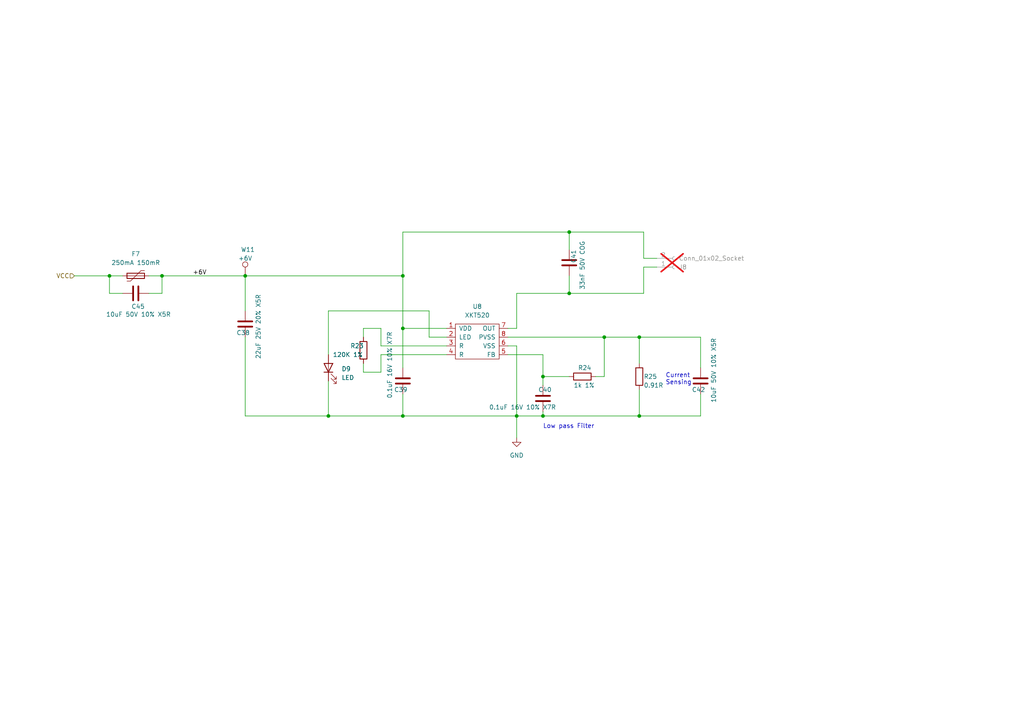
<source format=kicad_sch>
(kicad_sch (version 20250114) (generator "eeschema") (generator_version "9.0")
  (paper "A4")
  (lib_symbols
    (symbol "Connector:Conn_01x02_Socket" (pin_names (offset 1.016) (hide yes))
      (property "Reference" "J" (at 0 2.54 0))
      (property "Value" "Conn_01x02_Socket" (at 0 -5.08 0))
      (symbol "Conn_01x02_Socket_1_1"
        (polyline (pts (xy -1.27 0) (xy -0.508 0)) (stroke (width 0.1524)))
        (polyline (pts (xy -1.27 -2.54) (xy -0.508 -2.54)) (stroke (width 0.1524)))
        (arc (start 0 -0.508) (mid -0.5058 0) (end 0 0.508) (stroke (width 0.1524)))
        (arc (start 0 -3.048) (mid -0.5058 -2.54) (end 0 -2.032) (stroke (width 0.1524)))
        (pin passive line (at -5.08 0 0) (length 3.81) (name "Pin_1") (number "1"))
        (pin passive line (at -5.08 -2.54 0) (length 3.81) (name "Pin_2") (number "2"))
      )
    )
    (symbol "Device:C" (pin_numbers (hide yes)) (pin_names (offset 0.254))
      (property "Reference" "C" (at 0.635 2.54 0))
      (property "Value" "C" (at 0.635 -2.54 0))
      (symbol "C_0_1"
        (polyline (pts (xy -2.032 0.762) (xy 2.032 0.762)) (stroke (width 0.508)))
        (polyline (pts (xy -2.032 -0.762) (xy 2.032 -0.762)) (stroke (width 0.508)))
      )
      (symbol "C_1_1"
        (pin passive line (at 0 3.81 270) (length 2.794) (name "~") (number "1"))
        (pin passive line (at 0 -3.81 90) (length 2.794) (name "~") (number "2"))
      )
    )
    (symbol "Device:LED" (pin_numbers (hide yes)) (pin_names (offset 1.016) (hide yes))
      (property "Reference" "D" (at 0 2.54 0))
      (property "Value" "LED" (at 0 -2.54 0))
      (symbol "LED_0_1"
        (polyline (pts (xy -3.048 -0.762) (xy -4.572 -2.286) (xy -3.81 -2.286) (xy -4.572 -2.286) (xy -4.572 -1.524)))
        (polyline (pts (xy -1.778 -0.762) (xy -3.302 -2.286) (xy -2.54 -2.286) (xy -3.302 -2.286) (xy -3.302 -1.524)))
        (polyline (pts (xy -1.27 0) (xy 1.27 0)))
        (polyline (pts (xy -1.27 -1.27) (xy -1.27 1.27)) (stroke (width 0.254)))
        (polyline (pts (xy 1.27 -1.27) (xy 1.27 1.27) (xy -1.27 0) (xy 1.27 -1.27)) (stroke (width 0.254)))
      )
      (symbol "LED_1_1"
        (pin passive line (at -3.81 0 0) (length 2.54) (name "K") (number "1"))
        (pin passive line (at 3.81 0 180) (length 2.54) (name "A") (number "2"))
      )
    )
    (symbol "Device:Polyfuse" (pin_numbers (hide yes)) (pin_names (offset 0))
      (property "Reference" "F" (at -2.54 0 90))
      (property "Value" "Polyfuse" (at 2.54 0 90))
      (symbol "Polyfuse_0_1"
        (polyline (pts (xy -1.524 2.54) (xy -1.524 1.524) (xy 1.524 -1.524) (xy 1.524 -2.54)))
        (rectangle (start -0.762 2.54) (end 0.762 -2.54) (stroke (width 0.254)))
        (polyline (pts (xy 0 2.54) (xy 0 -2.54)))
      )
      (symbol "Polyfuse_1_1"
        (pin passive line (at 0 3.81 270) (length 1.27) (name "~") (number "1"))
        (pin passive line (at 0 -3.81 90) (length 1.27) (name "~") (number "2"))
      )
    )
    (symbol "Device:R" (pin_numbers (hide yes)) (pin_names (offset 0))
      (property "Reference" "R" (at 2.032 0 90))
      (property "Value" "R" (at 0 0 90))
      (symbol "R_0_1"
        (rectangle (start -1.016 -2.54) (end 1.016 2.54) (stroke (width 0.254)))
      )
      (symbol "R_1_1"
        (pin passive line (at 0 3.81 270) (length 1.27) (name "~") (number "1"))
        (pin passive line (at 0 -3.81 90) (length 1.27) (name "~") (number "2"))
      )
    )
    (symbol "Pixels-dice:TEST_1P-conn" (pin_numbers (hide yes)) (pin_names (offset 0.762) (hide yes))
      (property "Reference" "W" (at 0 6.858 0))
      (property "Value" "TEST_1P-conn" (at 0 5.08 0))
      (symbol "TEST_1P-conn_0_1"
        (circle (center 0 3.302) (radius 0.762))
      )
      (symbol "TEST_1P-conn_1_1"
        (pin passive line (at 0 0 90) (length 2.54) (name "1") (number "1"))
      )
    )
    (symbol "Pixels-dice:XKT520" (pin_names (offset 1.016))
      (property "Reference" "U" (at 0 6.35 0))
      (property "Value" "XKT520" (at 0 -6.35 0))
      (symbol "XKT520_0_1"
        (rectangle (start -6.35 5.08) (end 6.35 -5.08))
      )
      (symbol "XKT520_1_1"
        (pin power_in line (at -8.89 3.81 0) (length 2.54) (name "VDD") (number "1"))
        (pin output line (at -8.89 1.27 0) (length 2.54) (name "LED") (number "2"))
        (pin passive line (at -8.89 -1.27 0) (length 2.54) (name "R") (number "3"))
        (pin passive line (at -8.89 -3.81 0) (length 2.54) (name "R") (number "4"))
        (pin output line (at 8.89 3.81 180) (length 2.54) (name "OUT") (number "7"))
        (pin output line (at 8.89 1.27 180) (length 2.54) (name "PVSS") (number "8"))
        (pin power_in line (at 8.89 -1.27 180) (length 2.54) (name "VSS") (number "6"))
        (pin input line (at 8.89 -3.81 180) (length 2.54) (name "FB") (number "5"))
      )
    )
    (symbol "power:GND" (power) (pin_numbers (hide yes)) (pin_names (offset 0) (hide yes))
      (property "Value" "GND" (at 0 -3.81 0))
      (symbol "GND_0_1"
        (polyline (pts (xy 0 0) (xy 0 -1.27) (xy 1.27 -1.27) (xy 0 -2.54) (xy -1.27 -1.27) (xy 0 -1.27)))
      )
      (symbol "GND_1_1"
        (pin power_in line (at 0 0 270) (length 0) (name "~") (number "1"))
      )
    )
  )
  (text "Current\nSensing" (at 193.04 111.76 0) (effects (font (size 1.27 1.27)) (justify left bottom)))
  (text "Low pass Filter" (at 157.48 124.46 0) (effects (font (size 1.27 1.27)) (justify left bottom)))
  (junction (at 71.12 80.01))
  (junction (at 185.42 120.65))
  (junction (at 116.84 120.65))
  (junction (at 116.84 95.25))
  (junction (at 157.48 120.65))
  (junction (at 157.48 109.22))
  (junction (at 185.42 97.79))
  (junction (at 165.1 67.31))
  (junction (at 46.99 80.01))
  (junction (at 116.84 80.01))
  (junction (at 175.26 97.79))
  (junction (at 31.75 80.01))
  (junction (at 165.1 85.09))
  (junction (at 149.86 120.65))
  (junction (at 95.25 120.65))
  (wire (pts (xy 116.84 67.31) (xy 116.84 80.01)))
  (wire (pts (xy 185.42 97.79) (xy 185.42 105.41)))
  (wire (pts (xy 71.12 80.01) (xy 116.84 80.01)))
  (wire (pts (xy 165.1 85.09) (xy 149.86 85.09)))
  (wire (pts (xy 149.86 95.25) (xy 147.32 95.25)))
  (wire (pts (xy 110.49 100.33) (xy 129.54 100.33)))
  (wire (pts (xy 116.84 95.25) (xy 129.54 95.25)))
  (wire (pts (xy 185.42 120.65) (xy 157.48 120.65)))
  (wire (pts (xy 95.25 110.49) (xy 95.25 120.65)))
  (wire (pts (xy 105.41 95.25) (xy 105.41 97.79)))
  (wire (pts (xy 203.2 114.3) (xy 203.2 120.65)))
  (wire (pts (xy 186.69 85.09) (xy 186.69 77.47)))
  (wire (pts (xy 124.46 97.79) (xy 129.54 97.79)))
  (wire (pts (xy 175.26 109.22) (xy 175.26 97.79)))
  (wire (pts (xy 165.1 67.31) (xy 165.1 72.39)))
  (wire (pts (xy 46.99 85.09) (xy 46.99 80.01)))
  (wire (pts (xy 116.84 67.31) (xy 165.1 67.31)))
  (wire (pts (xy 71.12 80.01) (xy 71.12 90.17)))
  (wire (pts (xy 165.1 67.31) (xy 186.69 67.31)))
  (wire (pts (xy 110.49 95.25) (xy 105.41 95.25)))
  (wire (pts (xy 157.48 109.22) (xy 165.1 109.22)))
  (wire (pts (xy 149.86 100.33) (xy 147.32 100.33)))
  (wire (pts (xy 185.42 113.03) (xy 185.42 120.65)))
  (wire (pts (xy 46.99 80.01) (xy 71.12 80.01)))
  (wire (pts (xy 149.86 100.33) (xy 149.86 120.65)))
  (wire (pts (xy 105.41 107.95) (xy 105.41 105.41)))
  (wire (pts (xy 175.26 97.79) (xy 185.42 97.79)))
  (wire (pts (xy 43.18 85.09) (xy 46.99 85.09)))
  (wire (pts (xy 186.69 74.93) (xy 186.69 67.31)))
  (wire (pts (xy 165.1 85.09) (xy 186.69 85.09)))
  (wire (pts (xy 95.25 120.65) (xy 116.84 120.65)))
  (wire (pts (xy 31.75 85.09) (xy 31.75 80.01)))
  (wire (pts (xy 124.46 97.79) (xy 124.46 90.17)))
  (wire (pts (xy 190.5 74.93) (xy 186.69 74.93)))
  (wire (pts (xy 35.56 85.09) (xy 31.75 85.09)))
  (wire (pts (xy 157.48 119.38) (xy 157.48 120.65)))
  (wire (pts (xy 110.49 107.95) (xy 105.41 107.95)))
  (wire (pts (xy 149.86 120.65) (xy 149.86 127)))
  (wire (pts (xy 147.32 102.87) (xy 157.48 102.87)))
  (wire (pts (xy 31.75 80.01) (xy 35.56 80.01)))
  (wire (pts (xy 157.48 109.22) (xy 157.48 102.87)))
  (wire (pts (xy 110.49 102.87) (xy 129.54 102.87)))
  (wire (pts (xy 116.84 95.25) (xy 116.84 106.68)))
  (wire (pts (xy 203.2 120.65) (xy 185.42 120.65)))
  (wire (pts (xy 43.18 80.01) (xy 46.99 80.01)))
  (wire (pts (xy 172.72 109.22) (xy 175.26 109.22)))
  (wire (pts (xy 165.1 80.01) (xy 165.1 85.09)))
  (wire (pts (xy 149.86 120.65) (xy 157.48 120.65)))
  (wire (pts (xy 95.25 90.17) (xy 95.25 102.87)))
  (wire (pts (xy 71.12 97.79) (xy 71.12 120.65)))
  (wire (pts (xy 110.49 107.95) (xy 110.49 102.87)))
  (wire (pts (xy 110.49 95.25) (xy 110.49 100.33)))
  (wire (pts (xy 149.86 85.09) (xy 149.86 95.25)))
  (wire (pts (xy 186.69 77.47) (xy 190.5 77.47)))
  (wire (pts (xy 116.84 80.01) (xy 116.84 95.25)))
  (wire (pts (xy 95.25 90.17) (xy 124.46 90.17)))
  (wire (pts (xy 157.48 109.22) (xy 157.48 111.76)))
  (wire (pts (xy 185.42 97.79) (xy 203.2 97.79)))
  (wire (pts (xy 21.59 80.01) (xy 31.75 80.01)))
  (wire (pts (xy 147.32 97.79) (xy 175.26 97.79)))
  (wire (pts (xy 116.84 120.65) (xy 149.86 120.65)))
  (wire (pts (xy 71.12 120.65) (xy 95.25 120.65)))
  (wire (pts (xy 203.2 97.79) (xy 203.2 106.68)))
  (wire (pts (xy 116.84 114.3) (xy 116.84 120.65)))
  (label "+6V" (at 55.88 80.01 0))
  (hierarchical_label "VCC" (shape input) (at 21.59 80.01 180))
  (symbol (lib_id "Device:C") (at 71.12 93.98 0) (unit 1)
    (property "Reference" "C38" (at 68.58 96.52 0) (effects (justify left)))
    (property "Value" "22uF 25V 20% X5R" (at 74.93 104.14 90) (effects (justify left)))
    (property "Footprint" "Capacitor_SMD:C_0805_2012Metric" (effects (hide yes)))
    (property "Part Number" "GRM21BR61E226ME44L" (effects (hide yes)))
    (property "Manufacturer" "Murata" (effects (hide yes)))
    (property "LCSC Part #" "C86816" (effects (hide yes)))
  )
  (symbol (lib_id "Pixels-dice:XKT520") (at 138.43 99.06 0) (unit 1)
    (property "Reference" "U8" (at 138.43 88.9 0))
    (property "Value" "XKT520" (at 138.43 91.44 0))
    (property "Footprint" "Pixels-dice:SOIC-8_3.9x4.9mm_P1.27mm" (effects (hide yes)))
  )
  (symbol (lib_id "power:GND") (at 149.86 127 0) (unit 1)
    (property "Reference" "#PWR011" (effects (hide yes)))
    (property "Value" "GND" (at 149.86 132.08 0))
    (property "Description" "Power symbol creates a global label with name \"GND\" , ground" (effects (hide yes)))
  )
  (symbol (lib_id "Device:R") (at 105.41 101.6 180) (unit 1)
    (property "Reference" "R23" (at 101.6 100.33 0) (effects (justify right)))
    (property "Value" "120K 1%" (at 96.52 102.87 0) (effects (justify right)))
    (property "Footprint" "Resistor_SMD:R_0402_1005Metric" (effects (hide yes)))
    (property "Part Number" "0402WGF1203TCE" (effects (hide yes)))
    (property "Manufacturer" "UNI-ROYAL(Uniroyal Elec)" (effects (hide yes)))
    (property "LCSC Part #" "C25750" (effects (hide yes)))
  )
  (symbol (lib_id "Device:LED") (at 95.25 106.68 90) (unit 1)
    (property "Reference" "D9" (at 99.06 106.9974 90) (effects (justify right)))
    (property "Value" "LED" (at 99.06 109.5374 90) (effects (justify right)))
    (property "Footprint" "LED_SMD:LED_0603_1608Metric" (effects (hide yes)))
    (property "Manufacturer" "Lite-On" (effects (hide yes)))
    (property "Part Number" "LTST-C191KRKT" (effects (hide yes)))
    (property "LCSC Part #" "C125099" (effects (hide yes)))
  )
  (symbol (lib_id "Device:Polyfuse") (at 39.37 80.01 90) (unit 1)
    (property "Reference" "F7" (at 39.37 73.66 90))
    (property "Value" "250mA 150mR" (at 39.37 76.2 90))
    (property "Footprint" "Fuse:Fuse_1206_3216Metric" (effects (hide yes)))
    (property "Manufacturer" "BHFUSE" (effects (hide yes)))
    (property "Part Number" "BSMD1206-025-33V" (effects (hide yes)))
    (property "LCSC Part #" "C2977524" (effects (hide yes)))
  )
  (symbol (lib_id "Connector:Conn_01x02_Socket") (at 195.58 77.47 0) (mirror x) (unit 1) (dnp yes)
    (property "Reference" "J8" (at 196.85 77.4701 0) (effects (justify left)))
    (property "Value" "Conn_01x02_Socket" (at 196.85 74.9301 0) (effects (justify left)))
    (property "Footprint" "Pixels-dice:COIL_205_10T_055_020" (effects (hide yes)))
    (property "Description" "Generic connector, single row, 01x02, script generated" (effects (hide yes)))
  )
  (symbol (lib_id "Device:C") (at 203.2 110.49 0) (unit 1)
    (property "Reference" "C42" (at 200.66 113.03 0) (effects (justify left)))
    (property "Value" "10uF 50V 10% X5R" (at 207.01 116.84 90) (effects (justify left)))
    (property "Footprint" "Capacitor_SMD:C_0805_2012Metric" (effects (hide yes)))
    (property "Part Number" "GRM21BR61H106KE43L" (effects (hide yes)))
    (property "Manufacturer" "Murata" (effects (hide yes)))
    (property "LCSC Part #" "C440198" (effects (hide yes)))
  )
  (symbol (lib_id "Device:R") (at 168.91 109.22 90) (unit 1)
    (property "Reference" "R24" (at 167.64 106.68 90) (effects (justify right)))
    (property "Value" "1k 1%" (at 166.37 111.76 90) (effects (justify right)))
    (property "Footprint" "Resistor_SMD:R_0402_1005Metric" (effects (hide yes)))
    (property "Part Number" "0402WGF1001TCE" (effects (hide yes)))
    (property "Manufacturer" "UNI-ROYAL(Uniroyal Elec)" (effects (hide yes)))
    (property "LCSC Part #" "C11702" (effects (hide yes)))
  )
  (symbol (lib_id "Pixels-dice:TEST_1P-conn") (at 71.12 80.01 0) (unit 1)
    (property "Reference" "W11" (at 69.85 72.39 0) (effects (justify left)))
    (property "Value" "+6V" (at 69.088 74.93 0) (effects (justify left)))
    (property "Footprint" "Pixels-dice:TestPoint_1.5x1.5_Drill0.9mm" (effects (hide yes)))
  )
  (symbol (lib_id "Device:C") (at 116.84 110.49 0) (unit 1)
    (property "Reference" "C39" (at 114.3 113.03 0) (effects (justify left)))
    (property "Value" "0.1uF 16V 10% X7R" (at 113.03 115.57 90) (effects (justify left)))
    (property "Footprint" "Capacitor_SMD:C_0603_1608Metric" (effects (hide yes)))
    (property "Part Number" "CL10B104KO8NNNC" (effects (hide yes)))
    (property "Manufacturer" "Samsung Electro-Mechanics" (effects (hide yes)))
    (property "LCSC Part #" "C66501" (effects (hide yes)))
  )
  (symbol (lib_id "Device:C") (at 157.48 115.57 180) (unit 1)
    (property "Reference" "C40" (at 160.02 113.03 0) (effects (justify left)))
    (property "Value" "0.1uF 16V 10% X7R" (at 161.29 118.11 0) (effects (justify left)))
    (property "Footprint" "Capacitor_SMD:C_0603_1608Metric" (effects (hide yes)))
    (property "Part Number" "CL10B104KO8NNNC" (effects (hide yes)))
    (property "Manufacturer" "Samsung Electro-Mechanics" (effects (hide yes)))
    (property "LCSC Part #" "C66501" (effects (hide yes)))
  )
  (symbol (lib_id "Device:R") (at 185.42 109.22 180) (unit 1)
    (property "Reference" "R25" (at 186.69 109.22 0) (effects (justify right)))
    (property "Value" "0.91R" (at 186.69 111.76 0) (effects (justify right)))
    (property "Footprint" "Resistor_SMD:R_1206_3216Metric" (effects (hide yes)))
    (property "Part Number" "RL1206FR-7W0R91L" (effects (hide yes)))
    (property "Manufacturer" "YAGEO" (effects (hide yes)))
    (property "LCSC Part #" "C136987" (effects (hide yes)))
  )
  (symbol (lib_id "Device:C") (at 165.1 76.2 0) (mirror x) (unit 1)
    (property "Reference" "C41" (at 166.37 72.39 90) (effects (justify left)))
    (property "Value" "33nF 50V COG" (at 168.91 69.85 90) (effects (justify left)))
    (property "Footprint" "Capacitor_SMD:C_1206_3216Metric" (effects (hide yes)))
    (property "Part Number" "GRM3195C1H333JA01D" (effects (hide yes)))
    (property "Manufacturer" "Murata" (effects (hide yes)))
    (property "LCSC Part #" "C97930" (effects (hide yes)))
  )
  (symbol (lib_id "Device:C") (at 39.37 85.09 270) (unit 1)
    (property "Reference" "C45" (at 38.1 88.9 90) (effects (justify left)))
    (property "Value" "10uF 50V 10% X5R" (at 30.734 91.186 90) (effects (justify left)))
    (property "Footprint" "Capacitor_SMD:C_0805_2012Metric" (effects (hide yes)))
    (property "Part Number" "GRM21BR61H106KE43L" (effects (hide yes)))
    (property "Manufacturer" "Murata" (effects (hide yes)))
    (property "LCSC Part #" "C440198" (effects (hide yes)))
  )
)
</source>
